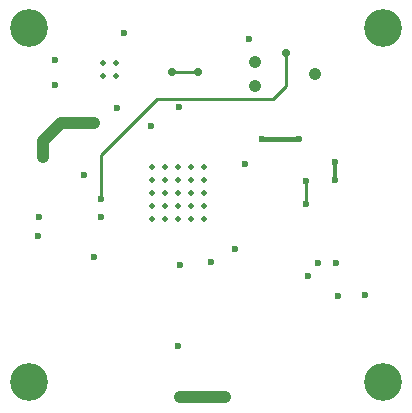
<source format=gbr>
%TF.GenerationSoftware,Altium Limited,Altium Designer,24.6.1 (21)*%
G04 Layer_Physical_Order=4*
G04 Layer_Color=16711680*
%FSLAX45Y45*%
%MOMM*%
%TF.SameCoordinates,998BC942-C911-4A9E-BC0A-61954E215518*%
%TF.FilePolarity,Positive*%
%TF.FileFunction,Copper,L4,Bot,Signal*%
%TF.Part,Single*%
G01*
G75*
%TA.AperFunction,Conductor*%
%ADD34C,0.25000*%
%ADD35C,0.30000*%
%ADD38C,1.00000*%
%ADD39C,0.26017*%
%ADD40C,0.40000*%
%TA.AperFunction,ViaPad*%
%ADD42C,3.20000*%
%TA.AperFunction,ComponentPad*%
%ADD43C,1.06700*%
%TA.AperFunction,ViaPad*%
%ADD44C,0.60000*%
%ADD45C,0.50000*%
%ADD46C,0.70000*%
D34*
X9482500Y7897500D02*
X10465000D01*
X9010000Y7425000D02*
X9482500Y7897500D01*
X10465000D02*
X10574500Y8007000D01*
Y8293250D01*
X9613750Y8128750D02*
X9830076D01*
X9831497Y8127329D01*
X9612500Y8130000D02*
X9613750Y8128750D01*
X9010000Y7050000D02*
Y7425000D01*
D35*
X10995000Y7215000D02*
Y7362500D01*
D38*
X8672500Y7695000D02*
X8955000D01*
X8522500Y7545000D02*
X8672500Y7695000D01*
X8522500Y7407500D02*
Y7545000D01*
X9682500Y5375000D02*
X9685000Y5377500D01*
X10065000D01*
D39*
X10750000Y7007500D02*
Y7205000D01*
D40*
X10682500Y7557500D02*
X10685000Y7560000D01*
X10372500Y7557500D02*
X10682500D01*
D42*
X8400000Y8500000D02*
D03*
X11400000D02*
D03*
Y5500000D02*
D03*
X8400000D02*
D03*
D43*
X10319000Y8215100D02*
D03*
Y8011900D02*
D03*
X10827000Y8113500D02*
D03*
D44*
X10262500Y8410000D02*
D03*
X9432500Y7675000D02*
D03*
X9150000Y7820000D02*
D03*
X9675000Y7832500D02*
D03*
X9207500Y8455000D02*
D03*
X8620000Y8230000D02*
D03*
Y8020000D02*
D03*
X10750000Y7205000D02*
D03*
X9662500Y5810000D02*
D03*
X10750000Y7007500D02*
D03*
X10995000Y7362500D02*
D03*
Y7215000D02*
D03*
X10685000Y7560000D02*
D03*
X10372500Y7557500D02*
D03*
X8955000Y7695000D02*
D03*
X8522500Y7407500D02*
D03*
X8950000Y6560000D02*
D03*
X9947500Y6517500D02*
D03*
X9682500Y5375000D02*
D03*
X10065000Y5377500D02*
D03*
X10852500Y6510000D02*
D03*
X11022500Y6232500D02*
D03*
X11001885Y6513925D02*
D03*
X10767500Y6405000D02*
D03*
X11247500Y6242500D02*
D03*
X10227500Y7347500D02*
D03*
X10150000Y6627500D02*
D03*
X9677500Y6497500D02*
D03*
X8870000Y7257500D02*
D03*
X9010000Y7050000D02*
D03*
X8480000Y6740000D02*
D03*
X8490000Y6900000D02*
D03*
X9010000D02*
D03*
D45*
X9445000Y7325000D02*
D03*
X9555000D02*
D03*
X9665000D02*
D03*
X9775000D02*
D03*
X9885000D02*
D03*
X9445000Y7215000D02*
D03*
X9555000D02*
D03*
X9665000D02*
D03*
X9775000D02*
D03*
X9885000D02*
D03*
X9445000Y7105000D02*
D03*
X9555000D02*
D03*
X9665000D02*
D03*
X9775000D02*
D03*
X9885000D02*
D03*
X9445000Y6995000D02*
D03*
X9555000D02*
D03*
X9665000D02*
D03*
X9775000D02*
D03*
X9885000D02*
D03*
X9445000Y6885000D02*
D03*
X9555000D02*
D03*
X9665000D02*
D03*
X9775000D02*
D03*
X9885000D02*
D03*
X9027500Y8205000D02*
D03*
Y8095000D02*
D03*
X9137500D02*
D03*
Y8205000D02*
D03*
D46*
X10574500Y8293250D02*
D03*
X9831497Y8127329D02*
D03*
X9612500Y8130000D02*
D03*
%TF.MD5,402b9589d88d8b14af5a2a3bf20a8437*%
M02*

</source>
